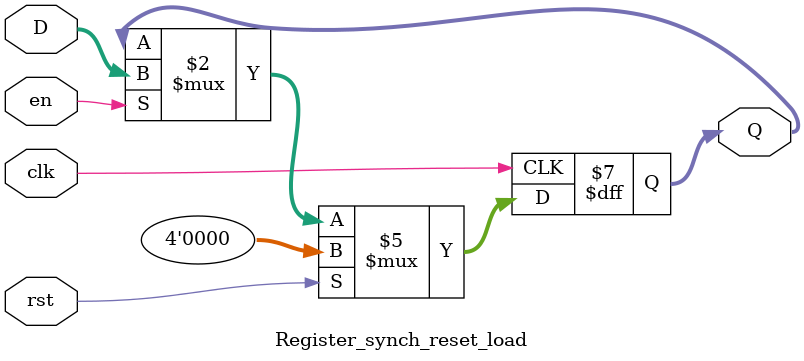
<source format=v>
`timescale 1ns / 1ps


module Register_synch_reset_load(
    input [3:0]D,
    input clk,
    input rst,
    input en,
    output reg[3:0]Q
    );
    always@(posedge clk)
        if(rst) //Í¬²½¸´Î»
        begin
            Q<=4'b0;
        end
        else begin
             if(en) //Ê¹ÄÜ¿ØÖÆ
            begin
                Q<=D;
            end
          end
endmodule

</source>
